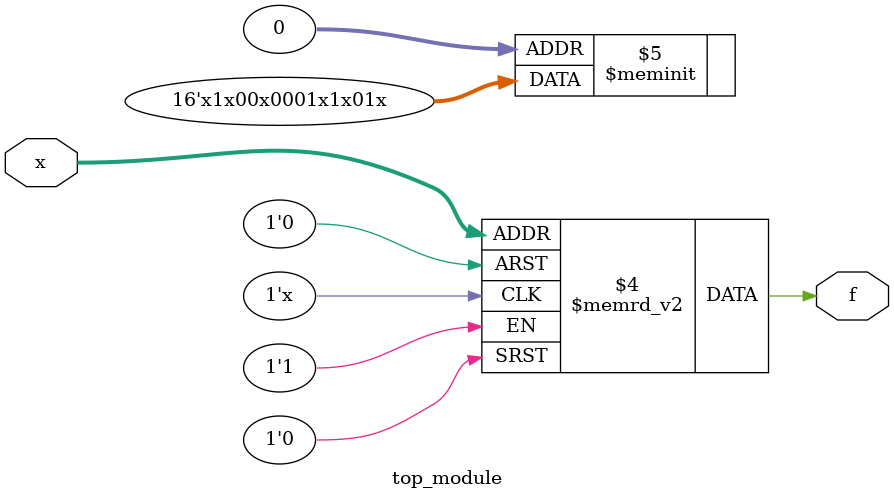
<source format=sv>
module top_module (
  input [4:1] x,
  output logic f
);

  always_comb begin
    case (x)
      4'h1, 4'h6 : f = 1;
      4'h2, 4'h7, 4'h8, 4'h9, 4'hb, 4'hc : f = 0;
      4'h4, 4'he : f = 1;
      default : f = 1'bx;
    endcase
  end

endmodule

</source>
